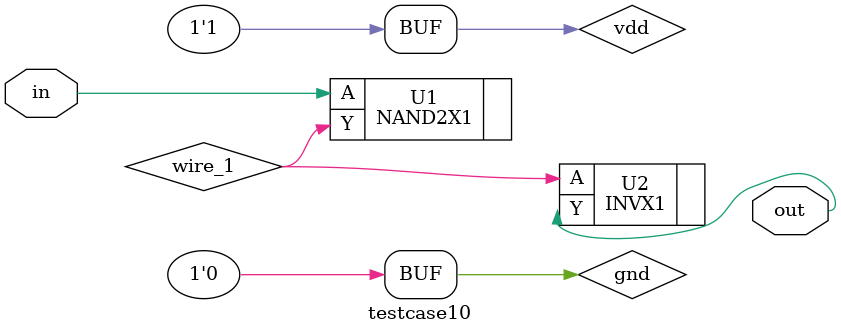
<source format=v>
module testcase10 (in, out);

input in;
output out;

wire vdd = 1'b1;
wire gnd = 1'b0;

NAND2X1 U1 ( .A(in), .Y(wire_1) );
INVX1 U2 ( .A(wire_1), .Y(out) );

endmodule
</source>
